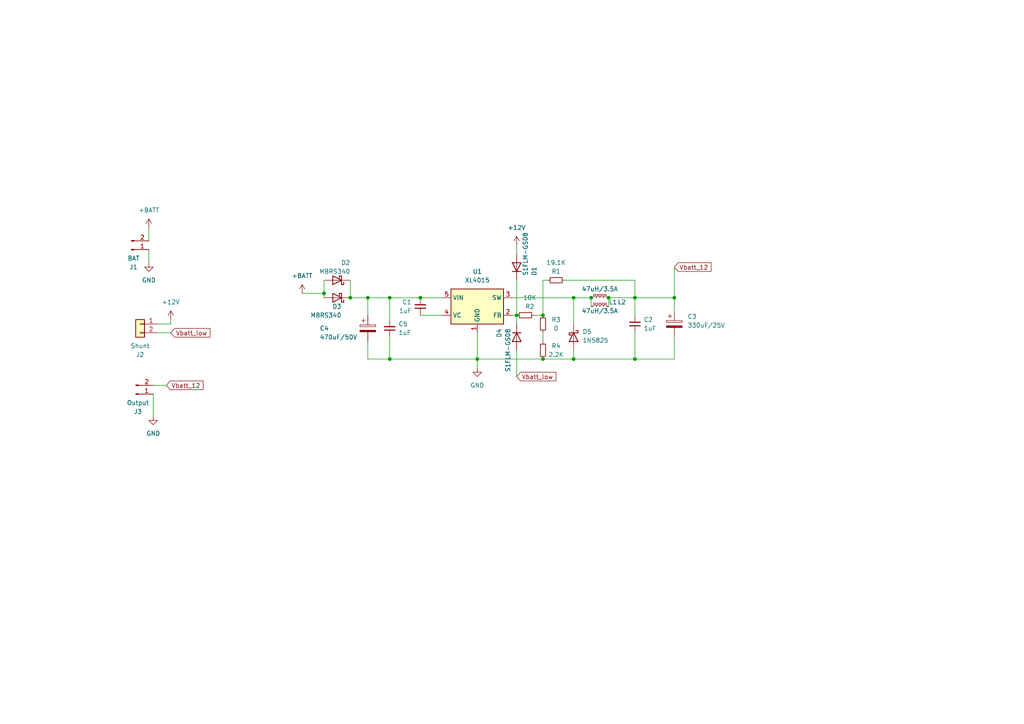
<source format=kicad_sch>
(kicad_sch (version 20230121) (generator eeschema)
  (paper "A4")
  (lib_symbols
    (symbol "Connector:Conn_01x02_Pin" (pin_names (offset 1.016) hide)
      (property "Reference" "J" (at 0 2.54 0))
      (property "Value" "Conn_01x02_Pin" (at 0 -5.08 0))
      (symbol "Conn_01x02_Pin_1_1"
        (polyline (pts (xy 1.27 -2.54) (xy 0.8636 -2.54)) (stroke (width 0.1524)))
        (polyline (pts (xy 1.27 0) (xy 0.8636 0)) (stroke (width 0.1524)))
        (rectangle (start 0.8636 -2.413) (end 0 -2.667) (stroke (width 0.1524)) (fill (type outline)))
        (rectangle (start 0.8636 0.127) (end 0 -0.127) (stroke (width 0.1524)) (fill (type outline)))
        (pin passive line (at 5.08 0 180) (length 3.81) (name "Pin_1") (number "1"))
        (pin passive line (at 5.08 -2.54 180) (length 3.81) (name "Pin_2") (number "2"))
      )
    )
    (symbol "Connector_Generic:Conn_01x02" (pin_names (offset 1.016) hide)
      (property "Reference" "J" (at 0 2.54 0))
      (property "Value" "Conn_01x02" (at 0 -5.08 0))
      (symbol "Conn_01x02_1_1"
        (rectangle (start -1.27 -2.413) (end 0 -2.667) (stroke (width 0.1524)))
        (rectangle (start -1.27 0.127) (end 0 -0.127) (stroke (width 0.1524)))
        (rectangle (start -1.27 1.27) (end 1.27 -3.81) (stroke (width 0.254)) (fill (type background)))
        (pin passive line (at -5.08 0 0) (length 3.81) (name "Pin_1") (number "1"))
        (pin passive line (at -5.08 -2.54 0) (length 3.81) (name "Pin_2") (number "2"))
      )
    )
    (symbol "Device:C_Polarized" (pin_numbers hide) (pin_names (offset 0.254))
      (property "Reference" "C" (at 0.635 2.54 0))
      (property "Value" "C_Polarized" (at 0.635 -2.54 0))
      (symbol "C_Polarized_0_1"
        (rectangle (start -2.286 0.508) (end 2.286 1.016))
        (polyline (pts (xy -1.778 2.286) (xy -0.762 2.286)))
        (polyline (pts (xy -1.27 2.794) (xy -1.27 1.778)))
        (rectangle (start 2.286 -0.508) (end -2.286 -1.016) (fill (type outline)))
      )
      (symbol "C_Polarized_1_1"
        (pin passive line (at 0 3.81 270) (length 2.794) (name "~") (number "1"))
        (pin passive line (at 0 -3.81 90) (length 2.794) (name "~") (number "2"))
      )
    )
    (symbol "Device:C_Small" (pin_numbers hide) (pin_names (offset 0.254) hide)
      (property "Reference" "C" (at 0.254 1.778 0))
      (property "Value" "C_Small" (at 0.254 -2.032 0))
      (symbol "C_Small_0_1"
        (polyline (pts (xy -1.524 -0.508) (xy 1.524 -0.508)) (stroke (width 0.3302)))
        (polyline (pts (xy -1.524 0.508) (xy 1.524 0.508)) (stroke (width 0.3048)))
      )
      (symbol "C_Small_1_1"
        (pin passive line (at 0 2.54 270) (length 2.032) (name "~") (number "1"))
        (pin passive line (at 0 -2.54 90) (length 2.032) (name "~") (number "2"))
      )
    )
    (symbol "Device:D" (pin_numbers hide) (pin_names (offset 1.016) hide)
      (property "Reference" "D" (at 0 2.54 0))
      (property "Value" "D" (at 0 -2.54 0))
      (symbol "D_0_1"
        (polyline (pts (xy -1.27 1.27) (xy -1.27 -1.27)) (stroke (width 0.254)))
        (polyline (pts (xy 1.27 0) (xy -1.27 0)))
        (polyline (pts (xy 1.27 1.27) (xy 1.27 -1.27) (xy -1.27 0) (xy 1.27 1.27)) (stroke (width 0.254)))
      )
      (symbol "D_1_1"
        (pin passive line (at -3.81 0 0) (length 2.54) (name "K") (number "1"))
        (pin passive line (at 3.81 0 180) (length 2.54) (name "A") (number "2"))
      )
    )
    (symbol "Device:D_Schottky" (pin_numbers hide) (pin_names (offset 1.016) hide)
      (property "Reference" "D" (at 0 2.54 0))
      (property "Value" "D_Schottky" (at 0 -2.54 0))
      (symbol "D_Schottky_0_1"
        (polyline (pts (xy 1.27 0) (xy -1.27 0)))
        (polyline (pts (xy 1.27 1.27) (xy 1.27 -1.27) (xy -1.27 0) (xy 1.27 1.27)) (stroke (width 0.254)))
        (polyline (pts (xy -1.905 0.635) (xy -1.905 1.27) (xy -1.27 1.27) (xy -1.27 -1.27) (xy -0.635 -1.27) (xy -0.635 -0.635)) (stroke (width 0.254)))
      )
      (symbol "D_Schottky_1_1"
        (pin passive line (at -3.81 0 0) (length 2.54) (name "K") (number "1"))
        (pin passive line (at 3.81 0 180) (length 2.54) (name "A") (number "2"))
      )
    )
    (symbol "Device:L_Ferrite_Small" (pin_numbers hide) (pin_names (offset 0.254) hide)
      (property "Reference" "L" (at 1.27 1.016 0))
      (property "Value" "L_Ferrite_Small" (at 1.27 -1.27 0))
      (symbol "L_Ferrite_Small_0_1"
        (arc (start 0 -2.032) (mid 0.5058 -1.524) (end 0 -1.016))
        (arc (start 0 -1.016) (mid 0.5058 -0.508) (end 0 0))
        (polyline (pts (xy 0.762 -1.905) (xy 0.762 -1.651)))
        (polyline (pts (xy 0.762 -1.397) (xy 0.762 -1.143)))
        (polyline (pts (xy 0.762 -0.889) (xy 0.762 -0.635)))
        (polyline (pts (xy 0.762 -0.381) (xy 0.762 -0.127)))
        (polyline (pts (xy 0.762 0.127) (xy 0.762 0.381)))
        (polyline (pts (xy 0.762 0.635) (xy 0.762 0.889)))
        (polyline (pts (xy 0.762 1.143) (xy 0.762 1.397)))
        (polyline (pts (xy 0.762 1.651) (xy 0.762 1.905)))
        (polyline (pts (xy 1.016 -1.651) (xy 1.016 -1.905)))
        (polyline (pts (xy 1.016 -1.143) (xy 1.016 -1.397)))
        (polyline (pts (xy 1.016 -0.635) (xy 1.016 -0.889)))
        (polyline (pts (xy 1.016 -0.127) (xy 1.016 -0.381)))
        (polyline (pts (xy 1.016 0.381) (xy 1.016 0.127)))
        (polyline (pts (xy 1.016 0.889) (xy 1.016 0.635)))
        (polyline (pts (xy 1.016 1.397) (xy 1.016 1.143)))
        (polyline (pts (xy 1.016 1.905) (xy 1.016 1.651)))
        (arc (start 0 0) (mid 0.5058 0.508) (end 0 1.016))
        (arc (start 0 1.016) (mid 0.5058 1.524) (end 0 2.032))
      )
      (symbol "L_Ferrite_Small_1_1"
        (pin passive line (at 0 2.54 270) (length 0.508) (name "~") (number "1"))
        (pin passive line (at 0 -2.54 90) (length 0.508) (name "~") (number "2"))
      )
    )
    (symbol "Device:R_Small" (pin_numbers hide) (pin_names (offset 0.254) hide)
      (property "Reference" "R" (at 0.762 0.508 0))
      (property "Value" "R_Small" (at 0.762 -1.016 0))
      (symbol "R_Small_0_1"
        (rectangle (start -0.762 1.778) (end 0.762 -1.778) (stroke (width 0.2032)))
      )
      (symbol "R_Small_1_1"
        (pin passive line (at 0 2.54 270) (length 0.762) (name "~") (number "1"))
        (pin passive line (at 0 -2.54 90) (length 0.762) (name "~") (number "2"))
      )
    )
    (symbol "Diode:1N5822" (pin_numbers hide) (pin_names (offset 1.016) hide)
      (property "Reference" "D" (at 0 2.54 0))
      (property "Value" "1N5822" (at 0 -2.54 0))
      (symbol "1N5822_0_1"
        (polyline (pts (xy 1.27 0) (xy -1.27 0)))
        (polyline (pts (xy 1.27 1.27) (xy 1.27 -1.27) (xy -1.27 0) (xy 1.27 1.27)) (stroke (width 0.254)))
        (polyline (pts (xy -1.905 0.635) (xy -1.905 1.27) (xy -1.27 1.27) (xy -1.27 -1.27) (xy -0.635 -1.27) (xy -0.635 -0.635)) (stroke (width 0.254)))
      )
      (symbol "1N5822_1_1"
        (pin passive line (at -3.81 0 0) (length 2.54) (name "K") (number "1"))
        (pin passive line (at 3.81 0 180) (length 2.54) (name "A") (number "2"))
      )
    )
    (symbol "GND_1" (power) (pin_names (offset 0))
      (property "Value" "GND_1" (at 0 -3.81 0))
      (symbol "GND_1_0_1"
        (polyline (pts (xy 0 0) (xy 0 -1.27) (xy 1.27 -1.27) (xy 0 -2.54) (xy -1.27 -1.27) (xy 0 -1.27)))
      )
      (symbol "GND_1_1_1"
        (pin power_in line (at 0 0 270) (length 0) hide (name "GND") (number "1"))
      )
    )
    (symbol "Regulator_Switching:XL4015"
      (property "Reference" "U?" (at -6.35 6.35 0))
      (property "Value" "XL4015" (at 6.35 6.35 0))
      (symbol "XL4015_0_1"
        (rectangle (start -7.62 5.08) (end 7.62 -5.08) (stroke (width 0.254)) (fill (type background)))
      )
      (symbol "XL4015_1_1"
        (pin power_in line (at 0 -7.62 90) (length 2.54) (name "GND") (number "1"))
        (pin input line (at 10.16 -2.54 180) (length 2.54) (name "FB") (number "2"))
        (pin power_out line (at 10.16 2.54 180) (length 2.54) (name "SW") (number "3"))
        (pin input line (at -10.16 -2.54 0) (length 2.54) (name "VC") (number "4"))
        (pin power_in line (at -10.16 2.54 0) (length 2.54) (name "VIN") (number "5"))
      )
    )
    (symbol "power:+12V" (power) (pin_names (offset 0))
      (property "Value" "+12V" (at 0 3.556 0))
      (symbol "+12V_0_1"
        (polyline (pts (xy -0.762 1.27) (xy 0 2.54)))
        (polyline (pts (xy 0 0) (xy 0 2.54)))
        (polyline (pts (xy 0 2.54) (xy 0.762 1.27)))
      )
      (symbol "+12V_1_1"
        (pin power_in line (at 0 0 90) (length 0) hide (name "+12V") (number "1"))
      )
    )
    (symbol "power:+BATT" (power) (pin_names (offset 0))
      (property "Value" "+BATT" (at 0 3.556 0))
      (symbol "+BATT_0_1"
        (polyline (pts (xy -0.762 1.27) (xy 0 2.54)))
        (polyline (pts (xy 0 0) (xy 0 2.54)))
        (polyline (pts (xy 0 2.54) (xy 0.762 1.27)))
      )
      (symbol "+BATT_1_1"
        (pin power_in line (at 0 0 90) (length 0) hide (name "+BATT") (number "1"))
      )
    )
    (symbol "power:GND" (power) (pin_names (offset 0))
      (property "Value" "GND" (at 0 -3.81 0))
      (symbol "GND_0_1"
        (polyline (pts (xy 0 0) (xy 0 -1.27) (xy 1.27 -1.27) (xy 0 -2.54) (xy -1.27 -1.27) (xy 0 -1.27)))
      )
      (symbol "GND_1_1"
        (pin power_in line (at 0 0 270) (length 0) hide (name "GND") (number "1"))
      )
    )
  )
  (junction (at 113.03 104.14))
  (junction (at 138.43 104.14))
  (junction (at 176.53 86.36))
  (junction (at 157.48 91.44))
  (junction (at 184.15 104.14))
  (junction (at 184.15 86.36))
  (junction (at 171.45 86.36))
  (junction (at 195.58 86.36))
  (junction (at 113.03 86.36))
  (junction (at 157.48 104.14))
  (junction (at 93.98 85.09))
  (junction (at 166.37 86.36))
  (junction (at 101.6 86.36))
  (junction (at 106.68 86.36))
  (junction (at 166.37 104.14))
  (junction (at 121.92 86.36))
  (junction (at 149.86 91.44))
  (wire (pts (xy 101.6 86.36) (xy 106.68 86.36)))
  (wire (pts (xy 176.53 86.36) (xy 184.15 86.36)))
  (wire (pts (xy 157.48 81.28) (xy 157.48 91.44)))
  (wire (pts (xy 176.53 86.36) (xy 176.53 88.9)))
  (wire (pts (xy 166.37 101.6) (xy 166.37 104.14)))
  (wire (pts (xy 44.45 111.76) (xy 48.26 111.76)))
  (wire (pts (xy 154.94 91.44) (xy 157.48 91.44)))
  (wire (pts (xy 43.18 72.39) (xy 43.18 76.2)))
  (wire (pts (xy 149.86 81.28) (xy 149.86 91.44)))
  (wire (pts (xy 184.15 81.28) (xy 184.15 86.36)))
  (wire (pts (xy 138.43 104.14) (xy 138.43 106.68)))
  (wire (pts (xy 195.58 97.79) (xy 195.58 104.14)))
  (wire (pts (xy 195.58 104.14) (xy 184.15 104.14)))
  (wire (pts (xy 149.86 71.12) (xy 149.86 73.66)))
  (wire (pts (xy 87.63 85.09) (xy 93.98 85.09)))
  (wire (pts (xy 148.59 91.44) (xy 149.86 91.44)))
  (wire (pts (xy 195.58 77.47) (xy 195.58 86.36)))
  (wire (pts (xy 106.68 91.44) (xy 106.68 86.36)))
  (wire (pts (xy 93.98 81.28) (xy 93.98 85.09)))
  (wire (pts (xy 195.58 90.17) (xy 195.58 86.36)))
  (wire (pts (xy 113.03 97.79) (xy 113.03 104.14)))
  (wire (pts (xy 44.45 114.3) (xy 44.45 120.65)))
  (wire (pts (xy 138.43 104.14) (xy 157.48 104.14)))
  (wire (pts (xy 113.03 92.71) (xy 113.03 86.36)))
  (wire (pts (xy 184.15 86.36) (xy 195.58 86.36)))
  (wire (pts (xy 166.37 104.14) (xy 184.15 104.14)))
  (wire (pts (xy 166.37 86.36) (xy 166.37 93.98)))
  (wire (pts (xy 166.37 86.36) (xy 171.45 86.36)))
  (wire (pts (xy 121.92 86.36) (xy 128.27 86.36)))
  (wire (pts (xy 45.72 96.52) (xy 49.53 96.52)))
  (wire (pts (xy 163.83 81.28) (xy 184.15 81.28)))
  (wire (pts (xy 148.59 86.36) (xy 166.37 86.36)))
  (wire (pts (xy 157.48 96.52) (xy 157.48 99.06)))
  (wire (pts (xy 93.98 85.09) (xy 93.98 86.36)))
  (wire (pts (xy 166.37 104.14) (xy 157.48 104.14)))
  (wire (pts (xy 106.68 86.36) (xy 113.03 86.36)))
  (wire (pts (xy 101.6 81.28) (xy 101.6 86.36)))
  (wire (pts (xy 149.86 91.44) (xy 149.86 93.98)))
  (wire (pts (xy 121.92 91.44) (xy 128.27 91.44)))
  (wire (pts (xy 45.72 93.98) (xy 49.53 93.98)))
  (wire (pts (xy 113.03 86.36) (xy 121.92 86.36)))
  (wire (pts (xy 106.68 104.14) (xy 113.03 104.14)))
  (wire (pts (xy 43.18 66.04) (xy 43.18 69.85)))
  (wire (pts (xy 106.68 99.06) (xy 106.68 104.14)))
  (wire (pts (xy 184.15 104.14) (xy 184.15 96.52)))
  (wire (pts (xy 49.53 92.71) (xy 49.53 93.98)))
  (wire (pts (xy 138.43 96.52) (xy 138.43 104.14)))
  (wire (pts (xy 158.75 81.28) (xy 157.48 81.28)))
  (wire (pts (xy 113.03 104.14) (xy 138.43 104.14)))
  (wire (pts (xy 171.45 86.36) (xy 171.45 88.9)))
  (wire (pts (xy 184.15 86.36) (xy 184.15 91.44)))
  (wire (pts (xy 149.86 101.6) (xy 149.86 109.22)))
  (global_label "Vbatt_12" (shape input) (at 48.26 111.76 0) (property "Intersheetrefs" "${INTERSHEET_REFS}" (effects hide)))
  (global_label "Vbatt_low" (shape input) (at 149.86 109.22 0) (property "Intersheetrefs" "${INTERSHEET_REFS}" (effects hide)))
  (global_label "Vbatt_low" (shape input) (at 49.53 96.52 0) (property "Intersheetrefs" "${INTERSHEET_REFS}" (effects hide)))
  (global_label "Vbatt_12" (shape input) (at 195.58 77.47 0) (property "Intersheetrefs" "${INTERSHEET_REFS}" (effects hide)))
  (symbol (lib_id "Device:D_Schottky") (at 97.79 86.36 180) (unit 1)
    (property "Reference" "D3" (at 99.06 88.9 0) (effects (justify left)))
    (property "Value" "MBRS340" (at 99.06 91.44 0) (effects (justify left)))
    (property "Footprint" "Diode_SMD:D_SMC_Handsoldering" (effects hide))
  )
  (symbol (lib_id "power:+12V") (at 49.53 92.71 0) (unit 1)
    (property "Reference" "#PWR05" (effects hide))
    (property "Value" "+12V" (at 49.53 87.63 0))
  )
  (symbol (lib_id "Device:C_Small") (at 121.92 88.9 0) (mirror x) (unit 1)
    (property "Reference" "C1" (at 119.38 87.6236 0) (effects (justify right)))
    (property "Value" "1uF" (at 119.38 90.1636 0) (effects (justify right)))
    (property "Footprint" "Capacitor_SMD:C_1206_3216Metric_Pad1.33x1.80mm_HandSolder" (effects hide))
  )
  (symbol (lib_id "Device:C_Polarized") (at 106.68 95.25 0) (unit 1)
    (property "Reference" "C4" (at 92.71 95.25 0) (effects (justify left)))
    (property "Value" "470uF/50V" (at 92.71 97.79 0) (effects (justify left)))
    (property "Footprint" "Capacitor_THT:CP_Radial_D8.0mm_P3.50mm" (effects hide))
  )
  (symbol (lib_id "Device:D") (at 149.86 77.47 90) (unit 1)
    (property "Reference" "D1" (at 154.94 80.01 0) (effects (justify left)))
    (property "Value" "S1FLM-GS08" (at 152.4 80.01 0) (effects (justify left)))
    (property "Footprint" "Diode_SMD:D_SMF" (effects hide))
    (property "Sim.Device" "D" (effects hide))
    (property "Sim.Pins" "1=K 2=A" (effects hide))
  )
  (symbol (lib_name "GND_1") (lib_id "power:GND") (at 138.43 106.68 0) (unit 1)
    (property "Reference" "#PWR03" (effects hide))
    (property "Value" "GND" (at 138.43 111.76 0))
  )
  (symbol (lib_id "Device:R_Small") (at 157.48 101.6 0) (unit 1)
    (property "Reference" "R4" (at 161.29 100.33 0))
    (property "Value" "2.2K" (at 161.29 102.87 0))
    (property "Footprint" "Resistor_SMD:R_1206_3216Metric_Pad1.30x1.75mm_HandSolder" (effects hide))
  )
  (symbol (lib_id "Device:L_Ferrite_Small") (at 173.99 86.36 90) (unit 1)
    (property "Reference" "L1" (at 177.8 87.63 90))
    (property "Value" "47uH/3.5A" (at 173.99 83.82 90))
    (property "Footprint" "Inductor_SMD:L_Bourns_SRP1245A" (effects hide))
  )
  (symbol (lib_id "Diode:1N5822") (at 166.37 97.79 270) (unit 1)
    (property "Reference" "D5" (at 168.91 96.2025 90) (effects (justify left)))
    (property "Value" "1N5825" (at 168.91 98.7425 90) (effects (justify left)))
    (property "Footprint" "Diode_THT:D_DO-201AD_P15.24mm_Horizontal" (effects hide))
    (property "Datasheet" "http://www.vishay.com/docs/88526/1n5820.pdf" (effects hide))
  )
  (symbol (lib_id "Device:C_Polarized") (at 195.58 93.98 0) (unit 1)
    (property "Reference" "C3" (at 199.39 91.821 0) (effects (justify left)))
    (property "Value" "330uF/25V" (at 199.39 94.361 0) (effects (justify left)))
    (property "Footprint" "Capacitor_THT:CP_Radial_D8.0mm_P3.50mm" (effects hide))
  )
  (symbol (lib_id "Connector:Conn_01x02_Pin") (at 38.1 72.39 0) (mirror x) (unit 1)
    (property "Reference" "J1" (at 38.735 77.47 0))
    (property "Value" "BAT" (at 38.735 74.93 0))
    (property "Footprint" "Connector_AMASS:AMASS_XT30U-M_1x02_P5.0mm_Vertical" (effects hide))
  )
  (symbol (lib_id "power:+BATT") (at 43.18 66.04 0) (unit 1)
    (property "Reference" "#PWR04" (effects hide))
    (property "Value" "+BATT" (at 43.18 60.96 0))
  )
  (symbol (lib_id "Device:R_Small") (at 157.48 93.98 0) (unit 1)
    (property "Reference" "R3" (at 161.29 92.71 0))
    (property "Value" "0" (at 161.29 95.25 0))
    (property "Footprint" "Resistor_SMD:R_1206_3216Metric_Pad1.30x1.75mm_HandSolder" (effects hide))
  )
  (symbol (lib_name "GND_1") (lib_id "power:GND") (at 44.45 120.65 0) (unit 1)
    (property "Reference" "#PWR07" (effects hide))
    (property "Value" "GND" (at 44.45 125.73 0))
  )
  (symbol (lib_id "Device:L_Ferrite_Small") (at 173.99 88.9 90) (unit 1)
    (property "Reference" "L2" (at 180.34 87.63 90))
    (property "Value" "47uH/3.5A" (at 173.99 90.17 90))
    (property "Footprint" "Inductor_SMD:L_Bourns_SRP1245A" (effects hide))
  )
  (symbol (lib_id "Connector:Conn_01x02_Pin") (at 39.37 114.3 0) (mirror x) (unit 1)
    (property "Reference" "J3" (at 40.005 119.38 0))
    (property "Value" "Output" (at 40.005 116.84 0))
    (property "Footprint" "Connector_AMASS:AMASS_XT30U-F_1x02_P5.0mm_Vertical" (effects hide))
  )
  (symbol (lib_id "Device:R_Small") (at 152.4 91.44 90) (unit 1)
    (property "Reference" "R2" (at 153.67 88.9 90))
    (property "Value" "10K" (at 153.67 86.36 90))
    (property "Footprint" "Resistor_SMD:R_1206_3216Metric_Pad1.30x1.75mm_HandSolder" (effects hide))
  )
  (symbol (lib_id "Device:D") (at 149.86 97.79 270) (unit 1)
    (property "Reference" "D4" (at 144.78 95.25 0) (effects (justify left)))
    (property "Value" "S1FLM-GS08" (at 147.32 95.25 0) (effects (justify left)))
    (property "Footprint" "Diode_SMD:D_SMF" (effects hide))
    (property "Sim.Device" "D" (effects hide))
    (property "Sim.Pins" "1=K 2=A" (effects hide))
  )
  (symbol (lib_id "power:GND") (at 43.18 76.2 0) (unit 1)
    (property "Reference" "#PWR06" (effects hide))
    (property "Value" "GND" (at 43.18 81.28 0))
  )
  (symbol (lib_id "power:+12V") (at 149.86 71.12 0) (unit 1)
    (property "Reference" "#PWR01" (effects hide))
    (property "Value" "+12V" (at 149.86 66.04 0))
  )
  (symbol (lib_id "Connector_Generic:Conn_01x02") (at 40.64 93.98 0) (mirror y) (unit 1)
    (property "Reference" "J2" (at 40.64 102.87 0))
    (property "Value" "Shunt" (at 40.64 100.33 0))
    (property "Footprint" "Connector_PinHeader_2.54mm:PinHeader_1x02_P2.54mm_Vertical" (effects hide))
  )
  (symbol (lib_id "Device:R_Small") (at 161.29 81.28 90) (unit 1)
    (property "Reference" "R1" (at 161.29 78.74 90))
    (property "Value" "19.1K" (at 161.29 76.2 90))
    (property "Footprint" "Resistor_SMD:R_1206_3216Metric_Pad1.30x1.75mm_HandSolder" (effects hide))
  )
  (symbol (lib_id "Regulator_Switching:XL4015") (at 138.43 88.9 0) (unit 1)
    (property "Reference" "U1" (at 138.43 78.74 0))
    (property "Value" "XL4015" (at 138.43 81.28 0))
    (property "Footprint" "Package_TO_SOT_SMD:TO-263-5_TabPin3" (effects hide))
    (property "Datasheet" "http://www.xlsemi.net/datasheet/XL4015%20datasheet-English.pdf" (effects hide))
  )
  (symbol (lib_id "Device:D_Schottky") (at 97.79 81.28 180) (unit 1)
    (property "Reference" "D2" (at 101.6 76.2 0) (effects (justify left)))
    (property "Value" "MBRS340" (at 101.6 78.74 0) (effects (justify left)))
    (property "Footprint" "Diode_SMD:D_SMC_Handsoldering" (effects hide))
  )
  (symbol (lib_id "Device:C_Small") (at 113.03 95.25 180) (unit 1)
    (property "Reference" "C5" (at 115.57 93.9736 0) (effects (justify right)))
    (property "Value" "1uF" (at 115.57 96.5136 0) (effects (justify right)))
    (property "Footprint" "Capacitor_SMD:C_1206_3216Metric_Pad1.33x1.80mm_HandSolder" (effects hide))
  )
  (symbol (lib_id "power:+BATT") (at 87.63 85.09 0) (unit 1)
    (property "Reference" "#PWR02" (effects hide))
    (property "Value" "+BATT" (at 87.63 80.01 0))
  )
  (symbol (lib_id "Device:C_Small") (at 184.15 93.98 180) (unit 1)
    (property "Reference" "C2" (at 186.69 92.7036 0) (effects (justify right)))
    (property "Value" "1uF" (at 186.69 95.2436 0) (effects (justify right)))
    (property "Footprint" "Capacitor_SMD:C_1206_3216Metric_Pad1.33x1.80mm_HandSolder" (effects hide))
  )
)
</source>
